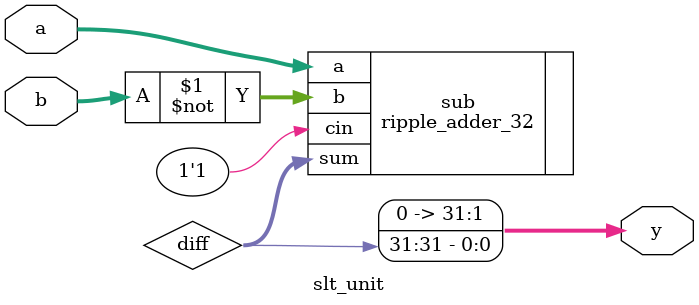
<source format=v>
`timescale 1ns / 1ps


module slt_unit(input [31:0] a, b, output [31:0] y);
    wire [31:0] diff;
    wire dummy;

    ripple_adder_32 sub(.a(a), .b(~b), .cin(1'b1), .sum(diff));

    // If MSB is 1 ? a < b
    assign y = {31'b0, diff[31]};
endmodule

</source>
